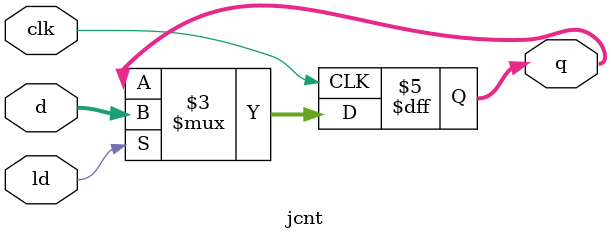
<source format=v>
`timescale 1ns/1ns

module jcnt(clk, ld, d, q);
	input        clk, ld;
	input  [7:0] d;
	output [7:0] q;
	reg    [7:0] q;
	
	always@(posedge clk) begin
		if(ld == 1'b1) begin
			q <= d;
		end else begin
	/* write answer below */

	/* write answer above */
		end
	end

endmodule

</source>
